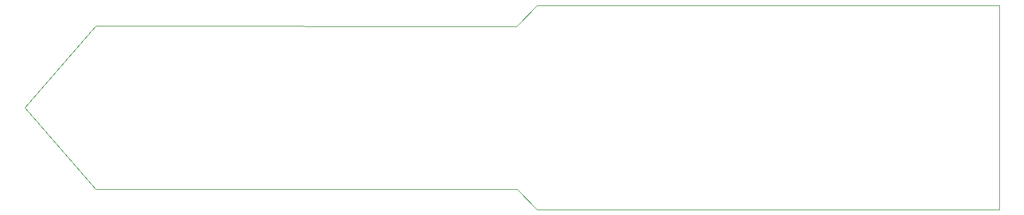
<source format=gbr>
%TF.GenerationSoftware,KiCad,Pcbnew,(7.0.0)*%
%TF.CreationDate,2023-04-17T14:45:16+03:00*%
%TF.ProjectId,sensor_system,73656e73-6f72-45f7-9379-7374656d2e6b,rev?*%
%TF.SameCoordinates,Original*%
%TF.FileFunction,Profile,NP*%
%FSLAX46Y46*%
G04 Gerber Fmt 4.6, Leading zero omitted, Abs format (unit mm)*
G04 Created by KiCad (PCBNEW (7.0.0)) date 2023-04-17 14:45:16*
%MOMM*%
%LPD*%
G01*
G04 APERTURE LIST*
%TA.AperFunction,Profile*%
%ADD10C,0.100000*%
%TD*%
G04 APERTURE END LIST*
D10*
X159700000Y-23900000D02*
X159700000Y-52700000D01*
X22600000Y-38300000D02*
X32600000Y-49850000D01*
X94600000Y-23900000D02*
X91750000Y-26850000D01*
X159700000Y-23900000D02*
X94600000Y-23900000D01*
X32600000Y-26800000D02*
X22600000Y-38300000D01*
X91750000Y-26850000D02*
X32600000Y-26800000D01*
X159700000Y-52700000D02*
X94650000Y-52700000D01*
X91850000Y-49800000D02*
X32600000Y-49850000D01*
X94650000Y-52700000D02*
X91850000Y-49800000D01*
M02*

</source>
